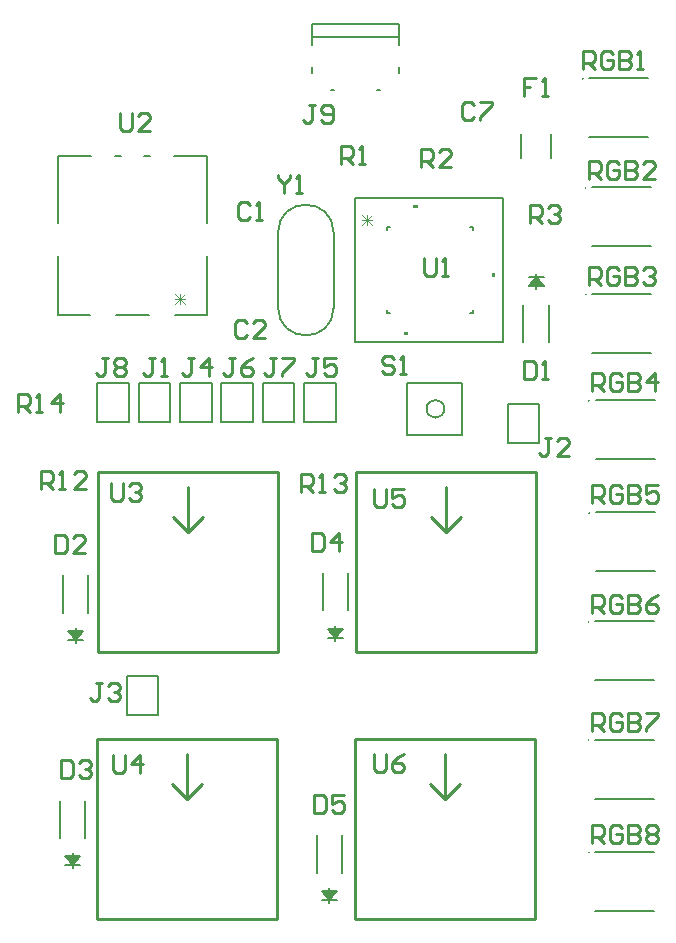
<source format=gto>
G04*
G04 #@! TF.GenerationSoftware,Altium Limited,Altium Designer,20.2.7 (254)*
G04*
G04 Layer_Color=65535*
%FSLAX44Y44*%
%MOMM*%
G71*
G04*
G04 #@! TF.SameCoordinates,3DC96C9F-A8A8-42D8-A5AB-E266E3FEE33C*
G04*
G04*
G04 #@! TF.FilePolarity,Positive*
G04*
G01*
G75*
%ADD10C,0.1270*%
%ADD11C,0.2000*%
%ADD12C,0.2540*%
%ADD13C,0.1524*%
%ADD14C,0.0762*%
G36*
X341905Y537732D02*
X338095D01*
Y535192D01*
X341905D01*
Y537732D01*
D02*
G37*
G36*
X349905Y642268D02*
X346095D01*
Y644808D01*
X349905D01*
Y642268D01*
D02*
G37*
G36*
X412268Y587905D02*
X414808D01*
Y584095D01*
X412268D01*
Y587905D01*
D02*
G37*
D10*
X278500Y621800D02*
G03*
X231500Y621800I-23500J0D01*
G01*
Y558200D02*
G03*
X278500Y558200I23500J0D01*
G01*
Y621800D01*
X231500Y558200D02*
Y621800D01*
X500000Y97500D02*
X550000D01*
X500000Y47500D02*
X550000D01*
X500000Y192500D02*
X550000D01*
X500000Y142500D02*
X550000D01*
X500000Y292500D02*
X550000D01*
X500000Y242500D02*
X550000D01*
X500500Y385000D02*
X550500D01*
X500500Y335000D02*
X550500D01*
X500500Y480000D02*
X550500D01*
X500500Y430000D02*
X550500D01*
X497500Y570000D02*
X547500D01*
X497500Y520000D02*
X547500D01*
X497500Y660000D02*
X547500D01*
X497500Y610000D02*
X547500D01*
X495000Y752500D02*
X545000D01*
X495000Y702500D02*
X545000D01*
X462700Y685000D02*
Y705000D01*
X437300Y685000D02*
Y705000D01*
D11*
X372250Y472500D02*
G03*
X372250Y472500I-7500J0D01*
G01*
X494500Y97000D02*
G03*
X494500Y97000I-500J0D01*
G01*
X494500Y192000D02*
G03*
X494500Y192000I-500J0D01*
G01*
X494500Y292000D02*
G03*
X494500Y292000I-500J0D01*
G01*
X495000Y384500D02*
G03*
X495000Y384500I-500J0D01*
G01*
Y479500D02*
G03*
X495000Y479500I-500J0D01*
G01*
X492000Y569500D02*
G03*
X492000Y569500I-500J0D01*
G01*
Y659500D02*
G03*
X492000Y659500I-500J0D01*
G01*
X489500Y752000D02*
G03*
X489500Y752000I-500J0D01*
G01*
X297000Y529000D02*
Y651000D01*
Y529000D02*
X422000D01*
Y651000D01*
X297000Y651000D02*
X422000Y651000D01*
X340500Y494750D02*
X387500D01*
X340500Y450500D02*
Y494750D01*
Y450500D02*
X387500D01*
Y494750D01*
X260000Y780500D02*
Y787500D01*
Y756500D02*
Y761500D01*
X276000Y742500D02*
X279000D01*
X315000D02*
X318000D01*
X334000Y756500D02*
Y761500D01*
Y780500D02*
Y787500D01*
X260000D02*
X334000D01*
Y798500D01*
X260000D02*
X334000D01*
X260000Y787500D02*
Y798500D01*
D12*
X296900Y40900D02*
Y193300D01*
X449300Y40900D02*
Y193300D01*
X296900D02*
X449300D01*
X296900Y40900D02*
X449300D01*
X373100Y142500D02*
Y180600D01*
Y142500D02*
X385800Y155200D01*
X360400D02*
X373100Y142500D01*
X297100Y266300D02*
Y418700D01*
X449500Y266300D02*
Y418700D01*
X297100D02*
X449500D01*
X297100Y266300D02*
X449500D01*
X373300Y367900D02*
Y406000D01*
Y367900D02*
X386000Y380600D01*
X360600D02*
X373300Y367900D01*
X78400Y40500D02*
Y192900D01*
X230800Y40500D02*
Y192900D01*
X78400D02*
X230800D01*
X78400Y40500D02*
X230800D01*
X154600Y142100D02*
Y180200D01*
Y142100D02*
X167300Y154800D01*
X141900D02*
X154600Y142100D01*
X78800Y266300D02*
Y418700D01*
X231200Y266300D02*
Y418700D01*
X78800D02*
X231200D01*
X78800Y266300D02*
X231200D01*
X155000Y367900D02*
Y406000D01*
Y367900D02*
X167700Y380600D01*
X142300D02*
X155000Y367900D01*
X10956Y469883D02*
Y485117D01*
X18574D01*
X21113Y482578D01*
Y477500D01*
X18574Y474961D01*
X10956D01*
X16034D02*
X21113Y469883D01*
X26191D02*
X31270D01*
X28730D01*
Y485117D01*
X26191Y482578D01*
X46505Y469883D02*
Y485117D01*
X38887Y477500D01*
X49044D01*
X127500Y515117D02*
X122422D01*
X124961D01*
Y502422D01*
X122422Y499883D01*
X119882D01*
X117343Y502422D01*
X132578Y499883D02*
X137657D01*
X135118D01*
Y515117D01*
X132578Y512578D01*
X82461Y240117D02*
X77382D01*
X79922D01*
Y227422D01*
X77382Y224883D01*
X74843D01*
X72304Y227422D01*
X87539Y237578D02*
X90078Y240117D01*
X95157D01*
X97696Y237578D01*
Y235039D01*
X95157Y232500D01*
X92618D01*
X95157D01*
X97696Y229961D01*
Y227422D01*
X95157Y224883D01*
X90078D01*
X87539Y227422D01*
X229961Y515117D02*
X224883D01*
X227422D01*
Y502422D01*
X224883Y499883D01*
X222343D01*
X219804Y502422D01*
X235039Y515117D02*
X245196D01*
Y512578D01*
X235039Y502422D01*
Y499883D01*
X87461Y515117D02*
X82382D01*
X84922D01*
Y502422D01*
X82382Y499883D01*
X79843D01*
X77304Y502422D01*
X92539Y512578D02*
X95078Y515117D01*
X100157D01*
X102696Y512578D01*
Y510039D01*
X100157Y507500D01*
X102696Y504961D01*
Y502422D01*
X100157Y499883D01*
X95078D01*
X92539Y502422D01*
Y504961D01*
X95078Y507500D01*
X92539Y510039D01*
Y512578D01*
X95078Y507500D02*
X100157D01*
X264961Y515117D02*
X259883D01*
X262422D01*
Y502422D01*
X259883Y499883D01*
X257343D01*
X254804Y502422D01*
X280196Y515117D02*
X270039D01*
Y507500D01*
X275117Y510039D01*
X277657D01*
X280196Y507500D01*
Y502422D01*
X277657Y499883D01*
X272578D01*
X270039Y502422D01*
X462461Y447617D02*
X457383D01*
X459922D01*
Y434922D01*
X457383Y432383D01*
X454843D01*
X452304Y434922D01*
X477696Y432383D02*
X467539D01*
X477696Y442539D01*
Y445078D01*
X475157Y447617D01*
X470078D01*
X467539Y445078D01*
X159961Y515117D02*
X154882D01*
X157422D01*
Y502422D01*
X154882Y499883D01*
X152343D01*
X149804Y502422D01*
X172657Y499883D02*
Y515117D01*
X165039Y507500D01*
X175196D01*
X194961Y515117D02*
X189883D01*
X192422D01*
Y502422D01*
X189883Y499883D01*
X187343D01*
X184804Y502422D01*
X210196Y515117D02*
X205117Y512578D01*
X200039Y507500D01*
Y502422D01*
X202578Y499883D01*
X207657D01*
X210196Y502422D01*
Y504961D01*
X207657Y507500D01*
X200039D01*
X439843Y512617D02*
Y497383D01*
X447461D01*
X450000Y499922D01*
Y510078D01*
X447461Y512617D01*
X439843D01*
X455078Y497383D02*
X460157D01*
X457618D01*
Y512617D01*
X455078Y510078D01*
X97304Y722617D02*
Y709922D01*
X99843Y707383D01*
X104922D01*
X107461Y709922D01*
Y722617D01*
X122696Y707383D02*
X112539D01*
X122696Y717539D01*
Y720078D01*
X120157Y722617D01*
X115078D01*
X112539Y720078D01*
X250956Y402383D02*
Y417617D01*
X258574D01*
X261113Y415078D01*
Y410000D01*
X258574Y407461D01*
X250956D01*
X256035D02*
X261113Y402383D01*
X266191D02*
X271270D01*
X268730D01*
Y417617D01*
X266191Y415078D01*
X278887D02*
X281426Y417617D01*
X286505D01*
X289044Y415078D01*
Y412539D01*
X286505Y410000D01*
X283965D01*
X286505D01*
X289044Y407461D01*
Y404922D01*
X286505Y402383D01*
X281426D01*
X278887Y404922D01*
X30956Y404883D02*
Y420117D01*
X38574D01*
X41113Y417578D01*
Y412500D01*
X38574Y409961D01*
X30956D01*
X36035D02*
X41113Y404883D01*
X46191D02*
X51270D01*
X48730D01*
Y420117D01*
X46191Y417578D01*
X69044Y404883D02*
X58887D01*
X69044Y415039D01*
Y417578D01*
X66505Y420117D01*
X61426D01*
X58887Y417578D01*
X231400Y670801D02*
Y668262D01*
X236478Y663184D01*
X241557Y668262D01*
Y670801D01*
X236478Y663184D02*
Y655566D01*
X246635D02*
X251713D01*
X249174D01*
Y670801D01*
X246635Y668262D01*
X312304Y180118D02*
Y167422D01*
X314843Y164883D01*
X319922D01*
X322461Y167422D01*
Y180118D01*
X337696D02*
X332617Y177578D01*
X327539Y172500D01*
Y167422D01*
X330078Y164883D01*
X335157D01*
X337696Y167422D01*
Y169961D01*
X335157Y172500D01*
X327539D01*
X312904Y404318D02*
Y391622D01*
X315443Y389082D01*
X320522D01*
X323061Y391622D01*
Y404318D01*
X338296D02*
X328139D01*
Y396700D01*
X333218Y399239D01*
X335757D01*
X338296Y396700D01*
Y391622D01*
X335757Y389082D01*
X330678D01*
X328139Y391622D01*
X91904Y179318D02*
Y166622D01*
X94443Y164083D01*
X99522D01*
X102061Y166622D01*
Y179318D01*
X114757Y164083D02*
Y179318D01*
X107139Y171700D01*
X117296D01*
X90404Y409318D02*
Y396622D01*
X92943Y394082D01*
X98022D01*
X100561Y396622D01*
Y409318D01*
X105639Y406778D02*
X108178Y409318D01*
X113257D01*
X115796Y406778D01*
Y404239D01*
X113257Y401700D01*
X110717D01*
X113257D01*
X115796Y399161D01*
Y396622D01*
X113257Y394082D01*
X108178D01*
X105639Y396622D01*
X354843Y600117D02*
Y587422D01*
X357383Y584882D01*
X362461D01*
X365000Y587422D01*
Y600117D01*
X370078Y584882D02*
X375157D01*
X372617D01*
Y600117D01*
X370078Y597578D01*
X330000Y515078D02*
X327461Y517617D01*
X322383D01*
X319843Y515078D01*
Y512539D01*
X322383Y510000D01*
X327461D01*
X330000Y507461D01*
Y504922D01*
X327461Y502383D01*
X322383D01*
X319843Y504922D01*
X335078Y502383D02*
X340157D01*
X337618D01*
Y517617D01*
X335078Y515078D01*
X497069Y104882D02*
Y120118D01*
X504687D01*
X507226Y117578D01*
Y112500D01*
X504687Y109961D01*
X497069D01*
X502147D02*
X507226Y104882D01*
X522461Y117578D02*
X519922Y120118D01*
X514843D01*
X512304Y117578D01*
Y107422D01*
X514843Y104882D01*
X519922D01*
X522461Y107422D01*
Y112500D01*
X517382D01*
X527539Y120118D02*
Y104882D01*
X535157D01*
X537696Y107422D01*
Y109961D01*
X535157Y112500D01*
X527539D01*
X535157D01*
X537696Y115039D01*
Y117578D01*
X535157Y120118D01*
X527539D01*
X542774Y117578D02*
X545313Y120118D01*
X550392D01*
X552931Y117578D01*
Y115039D01*
X550392Y112500D01*
X552931Y109961D01*
Y107422D01*
X550392Y104882D01*
X545313D01*
X542774Y107422D01*
Y109961D01*
X545313Y112500D01*
X542774Y115039D01*
Y117578D01*
X545313Y112500D02*
X550392D01*
X497069Y199883D02*
Y215118D01*
X504687D01*
X507226Y212578D01*
Y207500D01*
X504687Y204961D01*
X497069D01*
X502147D02*
X507226Y199883D01*
X522461Y212578D02*
X519922Y215118D01*
X514843D01*
X512304Y212578D01*
Y202422D01*
X514843Y199883D01*
X519922D01*
X522461Y202422D01*
Y207500D01*
X517382D01*
X527539Y215118D02*
Y199883D01*
X535157D01*
X537696Y202422D01*
Y204961D01*
X535157Y207500D01*
X527539D01*
X535157D01*
X537696Y210039D01*
Y212578D01*
X535157Y215118D01*
X527539D01*
X542774D02*
X552931D01*
Y212578D01*
X542774Y202422D01*
Y199883D01*
X497069Y299883D02*
Y315118D01*
X504687D01*
X507226Y312578D01*
Y307500D01*
X504687Y304961D01*
X497069D01*
X502147D02*
X507226Y299883D01*
X522461Y312578D02*
X519922Y315118D01*
X514843D01*
X512304Y312578D01*
Y302422D01*
X514843Y299883D01*
X519922D01*
X522461Y302422D01*
Y307500D01*
X517382D01*
X527539Y315118D02*
Y299883D01*
X535157D01*
X537696Y302422D01*
Y304961D01*
X535157Y307500D01*
X527539D01*
X535157D01*
X537696Y310039D01*
Y312578D01*
X535157Y315118D01*
X527539D01*
X552931D02*
X547853Y312578D01*
X542774Y307500D01*
Y302422D01*
X545313Y299883D01*
X550392D01*
X552931Y302422D01*
Y304961D01*
X550392Y307500D01*
X542774D01*
X497569Y392383D02*
Y407618D01*
X505187D01*
X507726Y405078D01*
Y400000D01*
X505187Y397461D01*
X497569D01*
X502647D02*
X507726Y392383D01*
X522961Y405078D02*
X520422Y407618D01*
X515343D01*
X512804Y405078D01*
Y394922D01*
X515343Y392383D01*
X520422D01*
X522961Y394922D01*
Y400000D01*
X517882D01*
X528039Y407618D02*
Y392383D01*
X535657D01*
X538196Y394922D01*
Y397461D01*
X535657Y400000D01*
X528039D01*
X535657D01*
X538196Y402539D01*
Y405078D01*
X535657Y407618D01*
X528039D01*
X553431D02*
X543274D01*
Y400000D01*
X548353Y402539D01*
X550892D01*
X553431Y400000D01*
Y394922D01*
X550892Y392383D01*
X545813D01*
X543274Y394922D01*
X497069Y487383D02*
Y502617D01*
X504687D01*
X507226Y500078D01*
Y495000D01*
X504687Y492461D01*
X497069D01*
X502147D02*
X507226Y487383D01*
X522461Y500078D02*
X519922Y502617D01*
X514843D01*
X512304Y500078D01*
Y489922D01*
X514843Y487383D01*
X519922D01*
X522461Y489922D01*
Y495000D01*
X517382D01*
X527539Y502617D02*
Y487383D01*
X535157D01*
X537696Y489922D01*
Y492461D01*
X535157Y495000D01*
X527539D01*
X535157D01*
X537696Y497539D01*
Y500078D01*
X535157Y502617D01*
X527539D01*
X550392Y487383D02*
Y502617D01*
X542774Y495000D01*
X552931D01*
X494569Y577383D02*
Y592618D01*
X502187D01*
X504726Y590078D01*
Y585000D01*
X502187Y582461D01*
X494569D01*
X499647D02*
X504726Y577383D01*
X519961Y590078D02*
X517422Y592618D01*
X512343D01*
X509804Y590078D01*
Y579922D01*
X512343Y577383D01*
X517422D01*
X519961Y579922D01*
Y585000D01*
X514882D01*
X525039Y592618D02*
Y577383D01*
X532657D01*
X535196Y579922D01*
Y582461D01*
X532657Y585000D01*
X525039D01*
X532657D01*
X535196Y587539D01*
Y590078D01*
X532657Y592618D01*
X525039D01*
X540274Y590078D02*
X542813Y592618D01*
X547892D01*
X550431Y590078D01*
Y587539D01*
X547892Y585000D01*
X545353D01*
X547892D01*
X550431Y582461D01*
Y579922D01*
X547892Y577383D01*
X542813D01*
X540274Y579922D01*
X494569Y667383D02*
Y682618D01*
X502187D01*
X504726Y680078D01*
Y675000D01*
X502187Y672461D01*
X494569D01*
X499647D02*
X504726Y667383D01*
X519961Y680078D02*
X517422Y682618D01*
X512343D01*
X509804Y680078D01*
Y669922D01*
X512343Y667383D01*
X517422D01*
X519961Y669922D01*
Y675000D01*
X514882D01*
X525039Y682618D02*
Y667383D01*
X532657D01*
X535196Y669922D01*
Y672461D01*
X532657Y675000D01*
X525039D01*
X532657D01*
X535196Y677539D01*
Y680078D01*
X532657Y682618D01*
X525039D01*
X550431Y667383D02*
X540274D01*
X550431Y677539D01*
Y680078D01*
X547892Y682618D01*
X542813D01*
X540274Y680078D01*
X489608Y759883D02*
Y775118D01*
X497226D01*
X499765Y772578D01*
Y767500D01*
X497226Y764961D01*
X489608D01*
X494687D02*
X499765Y759883D01*
X515000Y772578D02*
X512461Y775118D01*
X507382D01*
X504843Y772578D01*
Y762422D01*
X507382Y759883D01*
X512461D01*
X515000Y762422D01*
Y767500D01*
X509922D01*
X520078Y775118D02*
Y759883D01*
X527696D01*
X530235Y762422D01*
Y764961D01*
X527696Y767500D01*
X520078D01*
X527696D01*
X530235Y770039D01*
Y772578D01*
X527696Y775118D01*
X520078D01*
X535313Y759883D02*
X540392D01*
X537853D01*
Y775118D01*
X535313Y772578D01*
X444804Y629883D02*
Y645117D01*
X452422D01*
X454961Y642578D01*
Y637500D01*
X452422Y634961D01*
X444804D01*
X449883D02*
X454961Y629883D01*
X460039Y642578D02*
X462578Y645117D01*
X467657D01*
X470196Y642578D01*
Y640039D01*
X467657Y637500D01*
X465117D01*
X467657D01*
X470196Y634961D01*
Y632422D01*
X467657Y629883D01*
X462578D01*
X460039Y632422D01*
X352304Y677383D02*
Y692617D01*
X359922D01*
X362461Y690078D01*
Y685000D01*
X359922Y682461D01*
X352304D01*
X357383D02*
X362461Y677383D01*
X377696D02*
X367539D01*
X377696Y687539D01*
Y690078D01*
X375157Y692617D01*
X370078D01*
X367539Y690078D01*
X284843Y679583D02*
Y694818D01*
X292461D01*
X295000Y692278D01*
Y687200D01*
X292461Y684661D01*
X284843D01*
X289922D02*
X295000Y679583D01*
X300078D02*
X305157D01*
X302618D01*
Y694818D01*
X300078Y692278D01*
X262461Y730117D02*
X257383D01*
X259922D01*
Y717422D01*
X257383Y714883D01*
X254843D01*
X252304Y717422D01*
X267539D02*
X270078Y714883D01*
X275157D01*
X277696Y717422D01*
Y727578D01*
X275157Y730117D01*
X270078D01*
X267539Y727578D01*
Y725039D01*
X270078Y722500D01*
X277696D01*
X450000Y752617D02*
X439843D01*
Y745000D01*
X444922D01*
X439843D01*
Y737383D01*
X455078D02*
X460157D01*
X457618D01*
Y752617D01*
X455078Y750078D01*
X262304Y145118D02*
Y129882D01*
X269922D01*
X272461Y132422D01*
Y142578D01*
X269922Y145118D01*
X262304D01*
X287696D02*
X277539D01*
Y137500D01*
X282617Y140039D01*
X285157D01*
X287696Y137500D01*
Y132422D01*
X285157Y129882D01*
X280078D01*
X277539Y132422D01*
X259804Y367618D02*
Y352383D01*
X267422D01*
X269961Y354922D01*
Y365078D01*
X267422Y367618D01*
X259804D01*
X282657Y352383D02*
Y367618D01*
X275039Y360000D01*
X285196D01*
X47304Y175117D02*
Y159882D01*
X54922D01*
X57461Y162422D01*
Y172578D01*
X54922Y175117D01*
X47304D01*
X62539Y172578D02*
X65078Y175117D01*
X70157D01*
X72696Y172578D01*
Y170039D01*
X70157Y167500D01*
X67618D01*
X70157D01*
X72696Y164961D01*
Y162422D01*
X70157Y159882D01*
X65078D01*
X62539Y162422D01*
X42304Y365751D02*
Y350516D01*
X49922D01*
X52461Y353055D01*
Y363211D01*
X49922Y365751D01*
X42304D01*
X67696Y350516D02*
X57539D01*
X67696Y360672D01*
Y363211D01*
X65157Y365751D01*
X60078D01*
X57539Y363211D01*
X397461Y730078D02*
X394922Y732617D01*
X389843D01*
X387304Y730078D01*
Y719922D01*
X389843Y717383D01*
X394922D01*
X397461Y719922D01*
X402539Y732617D02*
X412696D01*
Y730078D01*
X402539Y719922D01*
Y717383D01*
X204961Y545078D02*
X202422Y547617D01*
X197343D01*
X194804Y545078D01*
Y534922D01*
X197343Y532383D01*
X202422D01*
X204961Y534922D01*
X220196Y532383D02*
X210039D01*
X220196Y542539D01*
Y545078D01*
X217657Y547617D01*
X212578D01*
X210039Y545078D01*
X207500Y645078D02*
X204961Y647617D01*
X199883D01*
X197343Y645078D01*
Y634922D01*
X199883Y632383D01*
X204961D01*
X207500Y634922D01*
X212578Y632383D02*
X217657D01*
X215118D01*
Y647617D01*
X212578Y645078D01*
D13*
X171496Y629568D02*
Y686820D01*
X45004D02*
X73123D01*
X93377D02*
X98123D01*
X118377D02*
X123123D01*
X171496Y552200D02*
Y601832D01*
X45004Y552200D02*
X72470D01*
X45004Y629568D02*
Y686820D01*
X143377D02*
X171496D01*
X144030Y552200D02*
X171496D01*
X94030D02*
X122470D01*
X45004D02*
Y601832D01*
X396322Y623913D02*
Y626322D01*
X393913Y553678D02*
X396322D01*
X323678D02*
Y556087D01*
Y623913D02*
Y626322D01*
X393913D02*
X396322D01*
Y553678D02*
Y556087D01*
X323678Y553678D02*
X326087D01*
X323678Y626322D02*
X326087D01*
X78530Y460990D02*
X105200D01*
X78530D02*
Y494010D01*
X105200D01*
Y460990D02*
Y494010D01*
X218530Y460990D02*
X245200D01*
X218530D02*
Y494010D01*
X245200D01*
Y460990D02*
Y494010D01*
X183530Y460990D02*
X210200D01*
X183530D02*
Y494010D01*
X210200D01*
Y460990D02*
Y494010D01*
X253530Y460990D02*
X280200D01*
X253530D02*
Y494010D01*
X280200D01*
Y460990D02*
Y494010D01*
X148530Y460990D02*
X175200D01*
X148530D02*
Y494010D01*
X175200D01*
Y460990D02*
Y494010D01*
X103530Y213490D02*
X130200D01*
X103530D02*
Y246510D01*
X130200D01*
Y213490D02*
Y246510D01*
X426030Y443490D02*
X452700D01*
X426030D02*
Y476510D01*
X452700D01*
Y443490D02*
Y476510D01*
X113530Y460990D02*
X140200D01*
X113530D02*
Y494010D01*
X140200D01*
Y460990D02*
Y494010D01*
X264205Y79885D02*
Y111381D01*
X285795Y79885D02*
Y111381D01*
X268650Y64185D02*
X281350D01*
X275000Y56565D02*
X276270Y64185D01*
X275000Y56565D02*
X277540Y64185D01*
X275000Y56565D02*
X278810Y64185D01*
X275000Y56565D02*
X280080Y64185D01*
X275000Y56565D02*
X281350Y64185D01*
X273730D02*
X275000Y56565D01*
X272460Y64185D02*
X275000Y56565D01*
X271190Y64185D02*
X275000Y56565D01*
X269920Y64185D02*
X275000Y56565D01*
X268650Y64185D02*
X275000Y56565D01*
X268650D02*
X281350D01*
X275000Y54025D02*
Y66725D01*
X269205Y301752D02*
Y333248D01*
X290795Y301752D02*
Y333248D01*
X273650Y286052D02*
X286350D01*
X280000Y278432D02*
X281270Y286052D01*
X280000Y278432D02*
X282540Y286052D01*
X280000Y278432D02*
X283810Y286052D01*
X280000Y278432D02*
X285080Y286052D01*
X280000Y278432D02*
X286350Y286052D01*
X278730D02*
X280000Y278432D01*
X277460Y286052D02*
X280000Y278432D01*
X276190Y286052D02*
X280000Y278432D01*
X274920Y286052D02*
X280000Y278432D01*
X273650Y286052D02*
X280000Y278432D01*
X273650D02*
X286350D01*
X280000Y275892D02*
Y288592D01*
X46705Y109252D02*
Y140748D01*
X68295Y109252D02*
Y140748D01*
X51150Y93552D02*
X63850D01*
X57500Y85932D02*
X58770Y93552D01*
X57500Y85932D02*
X60040Y93552D01*
X57500Y85932D02*
X61310Y93552D01*
X57500Y85932D02*
X62580Y93552D01*
X57500Y85932D02*
X63850Y93552D01*
X56230D02*
X57500Y85932D01*
X54960Y93552D02*
X57500Y85932D01*
X53690Y93552D02*
X57500Y85932D01*
X52420Y93552D02*
X57500Y85932D01*
X51150Y93552D02*
X57500Y85932D01*
X51150D02*
X63850D01*
X57500Y83392D02*
Y96092D01*
X49205Y299885D02*
Y331381D01*
X70795Y299885D02*
Y331381D01*
X53650Y284185D02*
X66350D01*
X60000Y276565D02*
X61270Y284185D01*
X60000Y276565D02*
X62540Y284185D01*
X60000Y276565D02*
X63810Y284185D01*
X60000Y276565D02*
X65080Y284185D01*
X60000Y276565D02*
X66350Y284185D01*
X58730D02*
X60000Y276565D01*
X57460Y284185D02*
X60000Y276565D01*
X56190Y284185D02*
X60000Y276565D01*
X54920Y284185D02*
X60000Y276565D01*
X53650Y284185D02*
X60000Y276565D01*
X53650D02*
X66350D01*
X60000Y274025D02*
Y286725D01*
X460795Y529252D02*
Y560748D01*
X439205Y529252D02*
Y560748D01*
X443650Y576448D02*
X456350D01*
X448730D02*
X450000Y584068D01*
X447460Y576448D02*
X450000Y584068D01*
X446190Y576448D02*
X450000Y584068D01*
X444920Y576448D02*
X450000Y584068D01*
X443650Y576448D02*
X450000Y584068D01*
X451270Y576448D01*
X450000Y584068D02*
X452540Y576448D01*
X450000Y584068D02*
X453810Y576448D01*
X450000Y584068D02*
X455080Y576448D01*
X450000Y584068D02*
X456350Y576448D01*
X443650Y584068D02*
X456350D01*
X450000Y573908D02*
Y586608D01*
D14*
X152750Y561420D02*
X144286Y569884D01*
X152750D02*
X144286Y561420D01*
X152750Y565652D02*
X144286D01*
X148518Y569884D02*
Y561420D01*
X302750Y636580D02*
X311214Y628116D01*
X302750D02*
X311214Y636580D01*
X302750Y632348D02*
X311214D01*
X306982Y628116D02*
Y636580D01*
M02*

</source>
